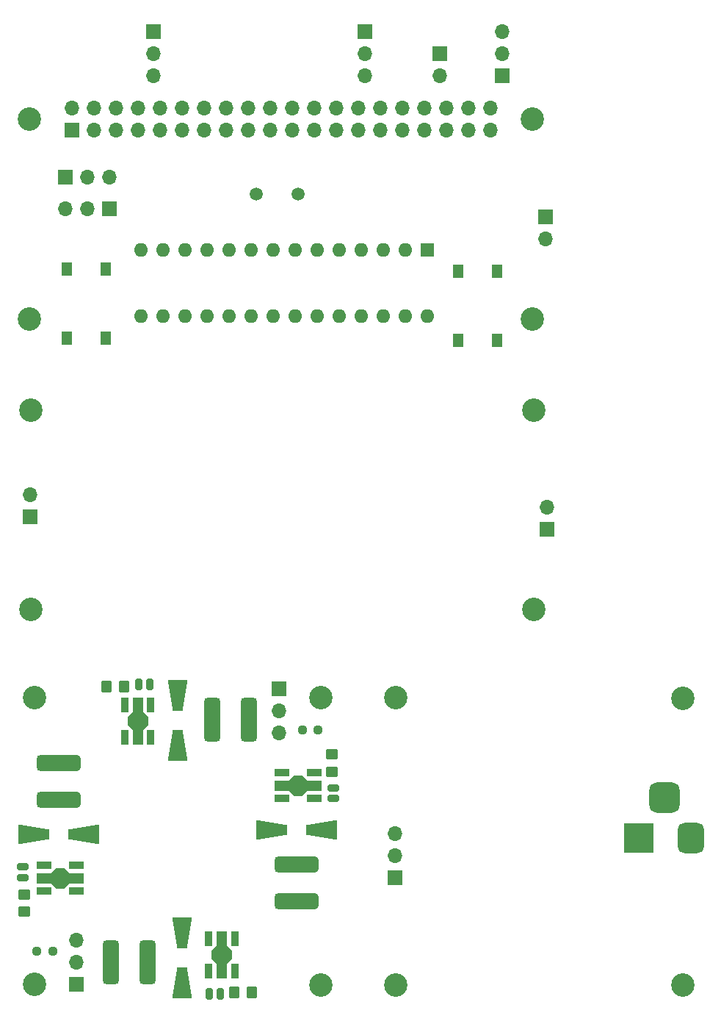
<source format=gbs>
G04 #@! TF.GenerationSoftware,KiCad,Pcbnew,7.0.11+dfsg-1build4*
G04 #@! TF.CreationDate,2025-02-09T17:53:47-07:00*
G04 #@! TF.ProjectId,iJet,694a6574-2e6b-4696-9361-645f70636258,rev?*
G04 #@! TF.SameCoordinates,Original*
G04 #@! TF.FileFunction,Soldermask,Bot*
G04 #@! TF.FilePolarity,Negative*
%FSLAX46Y46*%
G04 Gerber Fmt 4.6, Leading zero omitted, Abs format (unit mm)*
G04 Created by KiCad (PCBNEW 7.0.11+dfsg-1build4) date 2025-02-09 17:53:47*
%MOMM*%
%LPD*%
G01*
G04 APERTURE LIST*
G04 Aperture macros list*
%AMRoundRect*
0 Rectangle with rounded corners*
0 $1 Rounding radius*
0 $2 $3 $4 $5 $6 $7 $8 $9 X,Y pos of 4 corners*
0 Add a 4 corners polygon primitive as box body*
4,1,4,$2,$3,$4,$5,$6,$7,$8,$9,$2,$3,0*
0 Add four circle primitives for the rounded corners*
1,1,$1+$1,$2,$3*
1,1,$1+$1,$4,$5*
1,1,$1+$1,$6,$7*
1,1,$1+$1,$8,$9*
0 Add four rect primitives between the rounded corners*
20,1,$1+$1,$2,$3,$4,$5,0*
20,1,$1+$1,$4,$5,$6,$7,0*
20,1,$1+$1,$6,$7,$8,$9,0*
20,1,$1+$1,$8,$9,$2,$3,0*%
%AMOutline4P*
0 Free polygon, 4 corners , with rotation*
0 The origin of the aperture is its center*
0 number of corners: always 4*
0 $1 to $8 corner X, Y*
0 $9 Rotation angle, in degrees counterclockwise*
0 create outline with 4 corners*
4,1,4,$1,$2,$3,$4,$5,$6,$7,$8,$1,$2,$9*%
%AMFreePoly0*
4,1,37,0.559954,2.682520,0.597008,2.631520,0.602000,2.600000,0.602000,1.032051,1.117027,0.517026,1.139138,0.483934,1.157736,0.439033,1.165500,0.400000,1.165500,-0.400000,1.157736,-0.439033,1.139138,-0.483934,1.117027,-0.517026,0.602000,-1.032051,0.602000,-2.600000,0.582520,-2.659954,0.531520,-2.697008,0.500000,-2.702000,-0.500000,-2.702000,-0.559954,-2.682520,-0.597008,-2.631520,
-0.602000,-2.600000,-0.602000,-1.032052,-1.117026,-0.517026,-1.139136,-0.483935,-1.157735,-0.439034,-1.165500,-0.400000,-1.165500,0.400000,-1.157735,0.439034,-1.139136,0.483935,-1.117026,0.517026,-0.602000,1.032052,-0.602000,2.600000,-0.582520,2.659954,-0.531520,2.697008,-0.500000,2.702000,0.500000,2.702000,0.559954,2.682520,0.559954,2.682520,$1*%
G04 Aperture macros list end*
%ADD10C,0.127000*%
%ADD11R,1.300000X1.550000*%
%ADD12RoundRect,0.250000X-0.450000X0.350000X-0.450000X-0.350000X0.450000X-0.350000X0.450000X0.350000X0*%
%ADD13RoundRect,0.250000X0.450000X-0.350000X0.450000X0.350000X-0.450000X0.350000X-0.450000X-0.350000X0*%
%ADD14RoundRect,0.250000X0.350000X0.450000X-0.350000X0.450000X-0.350000X-0.450000X0.350000X-0.450000X0*%
%ADD15RoundRect,0.250000X-0.350000X-0.450000X0.350000X-0.450000X0.350000X0.450000X-0.350000X0.450000X0*%
%ADD16O,1.700000X1.700000*%
%ADD17R,1.700000X1.700000*%
%ADD18C,2.700000*%
%ADD19RoundRect,0.237500X0.250000X0.237500X-0.250000X0.237500X-0.250000X-0.237500X0.250000X-0.237500X0*%
%ADD20RoundRect,0.237500X-0.250000X-0.237500X0.250000X-0.237500X0.250000X0.237500X-0.250000X0.237500X0*%
%ADD21RoundRect,0.208750X0.431250X-0.208750X0.431250X0.208750X-0.431250X0.208750X-0.431250X-0.208750X0*%
%ADD22RoundRect,0.208750X-0.431250X0.208750X-0.431250X-0.208750X0.431250X-0.208750X0.431250X0.208750X0*%
%ADD23RoundRect,0.208750X-0.208750X-0.431250X0.208750X-0.431250X0.208750X0.431250X-0.208750X0.431250X0*%
%ADD24RoundRect,0.208750X0.208750X0.431250X-0.208750X0.431250X-0.208750X-0.431250X0.208750X-0.431250X0*%
%ADD25C,1.500000*%
%ADD26RoundRect,0.102000X0.750000X-0.350000X0.750000X0.350000X-0.750000X0.350000X-0.750000X-0.350000X0*%
%ADD27FreePoly0,90.000000*%
%ADD28FreePoly0,270.000000*%
%ADD29RoundRect,0.102000X-0.750000X0.350000X-0.750000X-0.350000X0.750000X-0.350000X0.750000X0.350000X0*%
%ADD30FreePoly0,0.000000*%
%ADD31RoundRect,0.102000X-0.350000X-0.750000X0.350000X-0.750000X0.350000X0.750000X-0.350000X0.750000X0*%
%ADD32RoundRect,0.102000X0.350000X0.750000X-0.350000X0.750000X-0.350000X-0.750000X0.350000X-0.750000X0*%
%ADD33FreePoly0,180.000000*%
%ADD34R,1.600000X1.600000*%
%ADD35O,1.600000X1.600000*%
%ADD36RoundRect,0.475000X2.075000X-0.475000X2.075000X0.475000X-2.075000X0.475000X-2.075000X-0.475000X0*%
%ADD37RoundRect,0.475000X-2.075000X0.475000X-2.075000X-0.475000X2.075000X-0.475000X2.075000X0.475000X0*%
%ADD38RoundRect,0.475000X-0.475000X-2.075000X0.475000X-2.075000X0.475000X2.075000X-0.475000X2.075000X0*%
%ADD39RoundRect,0.475000X0.475000X2.075000X-0.475000X2.075000X-0.475000X-2.075000X0.475000X-2.075000X0*%
%ADD40R,3.500000X3.500000*%
%ADD41RoundRect,0.750000X0.750000X1.000000X-0.750000X1.000000X-0.750000X-1.000000X0.750000X-1.000000X0*%
%ADD42RoundRect,0.875000X0.875000X0.875000X-0.875000X0.875000X-0.875000X-0.875000X0.875000X-0.875000X0*%
%ADD43Outline4P,-1.800000X-1.150000X1.800000X-0.550000X1.800000X0.550000X-1.800000X1.150000X180.000000*%
%ADD44Outline4P,-1.800000X-1.150000X1.800000X-0.550000X1.800000X0.550000X-1.800000X1.150000X0.000000*%
%ADD45Outline4P,-1.800000X-1.150000X1.800000X-0.550000X1.800000X0.550000X-1.800000X1.150000X90.000000*%
%ADD46Outline4P,-1.800000X-1.150000X1.800000X-0.550000X1.800000X0.550000X-1.800000X1.150000X270.000000*%
G04 APERTURE END LIST*
D10*
X135872000Y-150268000D02*
X134872000Y-151268000D01*
X134072000Y-151268000D01*
X133072000Y-150268000D01*
X134072000Y-149268000D01*
X134872000Y-149268000D01*
X135872000Y-150268000D01*
G36*
X135872000Y-150268000D02*
G01*
X134872000Y-151268000D01*
X134072000Y-151268000D01*
X133072000Y-150268000D01*
X134072000Y-149268000D01*
X134872000Y-149268000D01*
X135872000Y-150268000D01*
G37*
X108440000Y-160936000D02*
X107440000Y-161936000D01*
X106640000Y-161936000D01*
X105640000Y-160936000D01*
X106640000Y-159936000D01*
X107440000Y-159936000D01*
X108440000Y-160936000D01*
G36*
X108440000Y-160936000D02*
G01*
X107440000Y-161936000D01*
X106640000Y-161936000D01*
X105640000Y-160936000D01*
X106640000Y-159936000D01*
X107440000Y-159936000D01*
X108440000Y-160936000D01*
G37*
X126678000Y-169378000D02*
X126678000Y-170178000D01*
X125678000Y-171178000D01*
X124678000Y-170178000D01*
X124678000Y-169378000D01*
X125678000Y-168378000D01*
X126678000Y-169378000D01*
G36*
X126678000Y-169378000D02*
G01*
X126678000Y-170178000D01*
X125678000Y-171178000D01*
X124678000Y-170178000D01*
X124678000Y-169378000D01*
X125678000Y-168378000D01*
X126678000Y-169378000D01*
G37*
X116978000Y-142454000D02*
X116978000Y-143254000D01*
X115978000Y-144254000D01*
X114978000Y-143254000D01*
X114978000Y-142454000D01*
X115978000Y-141454000D01*
X116978000Y-142454000D01*
G36*
X116978000Y-142454000D02*
G01*
X116978000Y-143254000D01*
X115978000Y-144254000D01*
X114978000Y-143254000D01*
X114978000Y-142454000D01*
X115978000Y-141454000D01*
X116978000Y-142454000D01*
G37*
D11*
X107757930Y-98725928D03*
X107757930Y-90775928D03*
X112257930Y-98725928D03*
X112257930Y-90775928D03*
D12*
X138356976Y-146656973D03*
X138356976Y-148656973D03*
D13*
X102889441Y-164804084D03*
X102889441Y-162804084D03*
D14*
X129131723Y-174113164D03*
X127131723Y-174113164D03*
D15*
X114380145Y-138819699D03*
X112380145Y-138819699D03*
D16*
X163161273Y-118228285D03*
D17*
X163161273Y-120768285D03*
X145638680Y-160878680D03*
D16*
X145638680Y-158338680D03*
X145638680Y-155798680D03*
D18*
X178804000Y-140221320D03*
X145720000Y-140132000D03*
X145720000Y-173241320D03*
X178804000Y-173241320D03*
X137116000Y-140132000D03*
X137116000Y-173241320D03*
X104032000Y-173152000D03*
X104032000Y-140132000D03*
X161649243Y-129983285D03*
X161649243Y-106983285D03*
D17*
X103556000Y-119314000D03*
D16*
X103556000Y-116774000D03*
D18*
X103649243Y-129983285D03*
X103649243Y-106983285D03*
D16*
X158022704Y-63385429D03*
X158022704Y-65925429D03*
D17*
X158022704Y-68465429D03*
D19*
X106149646Y-169366035D03*
X104324646Y-169366035D03*
D20*
X134965360Y-143858782D03*
X136790360Y-143858782D03*
D21*
X138491358Y-150513177D03*
X138491358Y-151768177D03*
D22*
X102713752Y-160867615D03*
X102713752Y-159612615D03*
D23*
X125477822Y-174268742D03*
X124222822Y-174268742D03*
D24*
X116100589Y-138608000D03*
X117355589Y-138608000D03*
D25*
X129628064Y-82125717D03*
X134508064Y-82125717D03*
D26*
X132622000Y-151768000D03*
X132622000Y-148768000D03*
X136322000Y-151768000D03*
X136322000Y-148768000D03*
D27*
X134472000Y-150268000D03*
D28*
X107040000Y-160936000D03*
D29*
X105190000Y-162436000D03*
X105190000Y-159436000D03*
X108890000Y-162436000D03*
X108890000Y-159436000D03*
D30*
X125678000Y-169778000D03*
D31*
X127178000Y-171628000D03*
X124178000Y-171628000D03*
X127178000Y-167928000D03*
X124178000Y-167928000D03*
D32*
X117478000Y-144704000D03*
X114478000Y-144704000D03*
X117478000Y-141004000D03*
X114478000Y-141004000D03*
D33*
X115978000Y-142854000D03*
D34*
X149367173Y-88580000D03*
D35*
X146827173Y-88580000D03*
X144287173Y-88580000D03*
X141747173Y-88580000D03*
X139207173Y-88580000D03*
X136667173Y-88580000D03*
X134127173Y-88580000D03*
X131587173Y-88580000D03*
X129047173Y-88580000D03*
X126507173Y-88580000D03*
X123967173Y-88580000D03*
X121427173Y-88580000D03*
X118887173Y-88580000D03*
X116347173Y-88580000D03*
X116347173Y-96200000D03*
X118887173Y-96200000D03*
X121427173Y-96200000D03*
X123967173Y-96200000D03*
X126507173Y-96200000D03*
X129047173Y-96200000D03*
X131587173Y-96200000D03*
X134127173Y-96200000D03*
X136667173Y-96200000D03*
X139207173Y-96200000D03*
X141747173Y-96200000D03*
X144287173Y-96200000D03*
X146827173Y-96200000D03*
X149367173Y-96200000D03*
D11*
X152907596Y-98936495D03*
X152907596Y-90986495D03*
X157407596Y-98936495D03*
X157407596Y-90986495D03*
D36*
X134290000Y-159368000D03*
X134290000Y-163568000D03*
D37*
X106858000Y-151884000D03*
X106858000Y-147684000D03*
D38*
X117086000Y-170612000D03*
X112886000Y-170612000D03*
D39*
X128770000Y-142672000D03*
X124570000Y-142672000D03*
D16*
X150800000Y-68514000D03*
D17*
X150800000Y-65974000D03*
X142168488Y-63424000D03*
D16*
X142168488Y-65964000D03*
X142168488Y-68504000D03*
D17*
X107635000Y-80163000D03*
D16*
X110175000Y-80163000D03*
X112715000Y-80163000D03*
D17*
X117780000Y-63424000D03*
D16*
X117780000Y-65964000D03*
X117780000Y-68504000D03*
X163037030Y-87300000D03*
D17*
X163037030Y-84760000D03*
X112683726Y-83851450D03*
D16*
X110143726Y-83851450D03*
X107603726Y-83851450D03*
D40*
X173756000Y-156329500D03*
D41*
X179756000Y-156329500D03*
D42*
X176756000Y-151629500D03*
D17*
X132233000Y-139131000D03*
D16*
X132233000Y-141671000D03*
X132233000Y-144211000D03*
D17*
X108890000Y-173152000D03*
D16*
X108890000Y-170612000D03*
X108890000Y-168072000D03*
D43*
X137190000Y-155372000D03*
D44*
X131390000Y-155372000D03*
X103958000Y-155880000D03*
D43*
X109758000Y-155880000D03*
D45*
X121082000Y-173004000D03*
D46*
X121082000Y-167204000D03*
D45*
X120565306Y-145637493D03*
D46*
X120565306Y-139837493D03*
D16*
X156630000Y-72230000D03*
X156630000Y-74770000D03*
X154090000Y-72230000D03*
X154090000Y-74770000D03*
X151550000Y-72230000D03*
X151550000Y-74770000D03*
X149010000Y-72230000D03*
X149010000Y-74770000D03*
X146470000Y-72230000D03*
X146470000Y-74770000D03*
X143930000Y-72230000D03*
X143930000Y-74770000D03*
X141390000Y-72230000D03*
X141390000Y-74770000D03*
X138850000Y-72230000D03*
X138850000Y-74770000D03*
X136310000Y-72230000D03*
X136310000Y-74770000D03*
X133770000Y-72230000D03*
X133770000Y-74770000D03*
X131230000Y-72230000D03*
X131230000Y-74770000D03*
X128690000Y-72230000D03*
X128690000Y-74770000D03*
X126150000Y-72230000D03*
X126150000Y-74770000D03*
X123610000Y-72230000D03*
X123610000Y-74770000D03*
X121070000Y-72230000D03*
X121070000Y-74770000D03*
X118530000Y-72230000D03*
X118530000Y-74770000D03*
X115990000Y-72230000D03*
X115990000Y-74770000D03*
X113450000Y-72230000D03*
X113450000Y-74770000D03*
X110910000Y-72230000D03*
X110910000Y-74770000D03*
X108370000Y-72230000D03*
D17*
X108370000Y-74770000D03*
D18*
X161500000Y-73500000D03*
X161500000Y-96500000D03*
X103500000Y-96500000D03*
X103500000Y-73500000D03*
M02*

</source>
